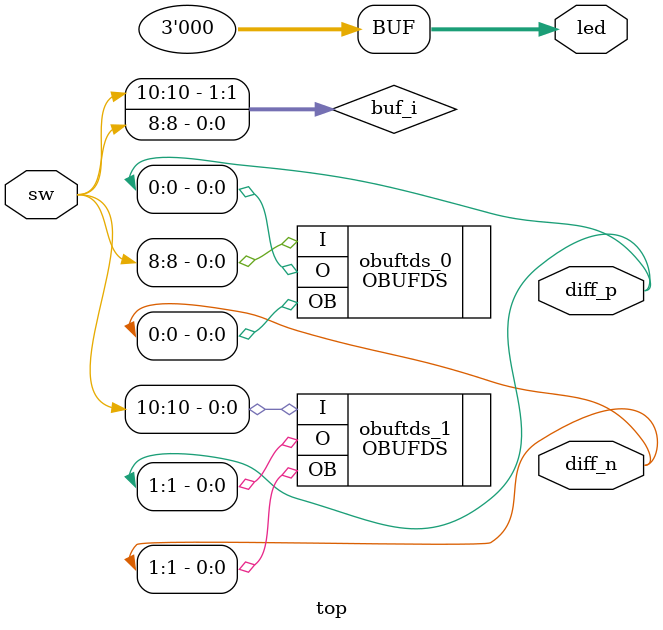
<source format=v>
/*
A simplistic test for OBUFDS. Two of them are instanciated and their outpus
are connected to LEDs. Data inputs are controlled by switches.

Truth tables:

SW8  | LED3 LED2
 0   |  1    0
 1   |  0    1

SW10 | LED8 LED7
 0   |  0    1
 0   |  1    0

Couldn't use all switches and buttons at the same time as the differential
IOs use different IOSTANDARD than the single ended ones and have to be in
a separate bank.

*/
`default_nettype none

// ============================================================================

module top
(
input  wire [11:8] sw,
output wire [11:9] led,

output wire [1:0]  diff_p,
output wire [1:0]  diff_n
);

// ============================================================================
// OBUFTDS
wire [1:0] buf_i;

OBUFDS obuftds_0 (
  .I(buf_i[0]),
  .O(diff_p[0]), // LED2
  .OB(diff_n[0]) // LED3
);

OBUFDS obuftds_1 (
  .I(buf_i[1]),
  .O(diff_p[1]), // LED8
  .OB(diff_n[1]) // LED7
);

// ============================================================================

assign buf_i[0] = sw[ 8];
assign buf_i[1] = sw[10];

assign led[11:9] = 3'd0;

endmodule


</source>
